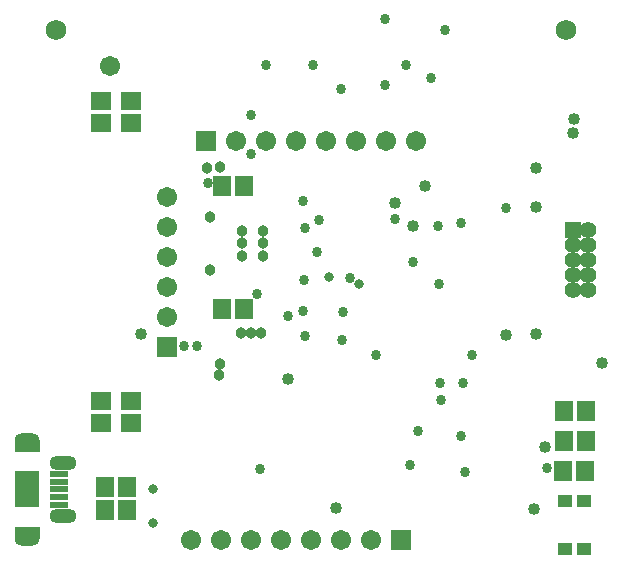
<source format=gts>
G04*
G04 #@! TF.GenerationSoftware,Altium Limited,Altium Designer,19.1.8 (144)*
G04*
G04 Layer_Color=8388736*
%FSLAX25Y25*%
%MOIN*%
G70*
G01*
G75*
%ADD20R,0.08280X0.12217*%
%ADD21R,0.06115X0.02375*%
%ADD22R,0.04737X0.04343*%
%ADD23R,0.05918X0.06706*%
%ADD24R,0.06706X0.05918*%
%ADD25R,0.06706X0.06706*%
%ADD26C,0.06706*%
%ADD27O,0.09068X0.04934*%
%ADD28O,0.08280X0.04540*%
%ADD29R,0.05524X0.05524*%
%ADD30C,0.05524*%
%ADD31R,0.06706X0.06706*%
%ADD32C,0.06800*%
%ADD33C,0.03200*%
%ADD34C,0.03400*%
%ADD35C,0.03800*%
%ADD36C,0.04000*%
G36*
X1328Y-184680D02*
Y-180863D01*
X9602D01*
Y-184680D01*
X1328D01*
D02*
G37*
G36*
X1335Y-155645D02*
Y-151806D01*
X9602D01*
Y-155645D01*
X1335D01*
D02*
G37*
D20*
X5469Y-168243D02*
D03*
D21*
X16000Y-173361D02*
D03*
Y-170802D02*
D03*
Y-168243D02*
D03*
Y-165684D02*
D03*
Y-163125D02*
D03*
D22*
X191150Y-188071D02*
D03*
X184850D02*
D03*
X191150Y-171929D02*
D03*
X184850D02*
D03*
D23*
X77740Y-108000D02*
D03*
X70260D02*
D03*
X77740Y-67000D02*
D03*
X70260D02*
D03*
X191740Y-142000D02*
D03*
X184260D02*
D03*
X38740Y-175025D02*
D03*
X31260D02*
D03*
X38740Y-167525D02*
D03*
X31260D02*
D03*
X191740Y-152000D02*
D03*
X184260D02*
D03*
X184000Y-162000D02*
D03*
X191480D02*
D03*
D24*
X40000Y-38760D02*
D03*
Y-46240D02*
D03*
X30000Y-38760D02*
D03*
Y-46240D02*
D03*
X40000Y-146240D02*
D03*
Y-138760D02*
D03*
X30000Y-146240D02*
D03*
Y-138760D02*
D03*
D25*
X65000Y-52008D02*
D03*
X130000Y-185000D02*
D03*
D26*
X75000Y-52008D02*
D03*
X85000D02*
D03*
X95000D02*
D03*
X105000D02*
D03*
X115000D02*
D03*
X125000D02*
D03*
X135000D02*
D03*
X52008Y-110866D02*
D03*
Y-100866D02*
D03*
Y-90866D02*
D03*
Y-80866D02*
D03*
Y-70866D02*
D03*
X120000Y-185000D02*
D03*
X110000D02*
D03*
X100000D02*
D03*
X90000D02*
D03*
X80000D02*
D03*
X70000D02*
D03*
X60000D02*
D03*
X33000Y-27000D02*
D03*
D27*
X17279Y-159483D02*
D03*
Y-177003D02*
D03*
D28*
X5469Y-151806D02*
D03*
Y-184680D02*
D03*
D29*
X187461Y-81831D02*
D03*
D30*
X192461D02*
D03*
Y-86831D02*
D03*
X187461Y-91831D02*
D03*
X192461D02*
D03*
X187461Y-96831D02*
D03*
X192461D02*
D03*
X187461Y-101831D02*
D03*
X192461D02*
D03*
X187461Y-86831D02*
D03*
D31*
X52008Y-120866D02*
D03*
D32*
X15000Y-15000D02*
D03*
X185000D02*
D03*
D33*
X47500Y-168025D02*
D03*
Y-179433D02*
D03*
X116200Y-99700D02*
D03*
X105900Y-97400D02*
D03*
D34*
X57700Y-120482D02*
D03*
X61900Y-120400D02*
D03*
X113200Y-97800D02*
D03*
X110600Y-109000D02*
D03*
X110400Y-118500D02*
D03*
X102017Y-89025D02*
D03*
X65600Y-66000D02*
D03*
X80100Y-56400D02*
D03*
X98050Y-117075D02*
D03*
X127900Y-78200D02*
D03*
X80200Y-43300D02*
D03*
X142500Y-80379D02*
D03*
X150175Y-79475D02*
D03*
X83000Y-161311D02*
D03*
X143500Y-138500D02*
D03*
X144600Y-15000D02*
D03*
X140000Y-31025D02*
D03*
X100800Y-26900D02*
D03*
X124800Y-11300D02*
D03*
X151400Y-162500D02*
D03*
X132900Y-160000D02*
D03*
X178600Y-161000D02*
D03*
X98100Y-81100D02*
D03*
X164900Y-74400D02*
D03*
X142600Y-99600D02*
D03*
X85000Y-26925D02*
D03*
X131575D02*
D03*
X110200Y-34700D02*
D03*
X97400Y-72125D02*
D03*
X92300Y-110425D02*
D03*
X124600Y-33325D02*
D03*
X135800Y-148725D02*
D03*
X133900Y-92525D02*
D03*
X143200Y-132625D02*
D03*
X150800D02*
D03*
X150100Y-150525D02*
D03*
X97700Y-98325D02*
D03*
X153700Y-123425D02*
D03*
X121600Y-123325D02*
D03*
X97400Y-108725D02*
D03*
X102800Y-78525D02*
D03*
X82000Y-103000D02*
D03*
D35*
X69600Y-126500D02*
D03*
X69500Y-130200D02*
D03*
X66500Y-77500D02*
D03*
Y-95000D02*
D03*
X80170Y-116100D02*
D03*
X83400D02*
D03*
X76840Y-116000D02*
D03*
X69700Y-60900D02*
D03*
X65500Y-61000D02*
D03*
X77000Y-90500D02*
D03*
X84000D02*
D03*
X77000Y-82000D02*
D03*
X84000Y-86000D02*
D03*
Y-82000D02*
D03*
X77000Y-86000D02*
D03*
D36*
X92500Y-131500D02*
D03*
X108500Y-174500D02*
D03*
X43500Y-116500D02*
D03*
X175000Y-74000D02*
D03*
X138000Y-67000D02*
D03*
X134100Y-80400D02*
D03*
X175100Y-61000D02*
D03*
X197000Y-126000D02*
D03*
X178000Y-154000D02*
D03*
X174500Y-174600D02*
D03*
X187575Y-44910D02*
D03*
X187500Y-49400D02*
D03*
X174900Y-116400D02*
D03*
X165200Y-116600D02*
D03*
X128000Y-72800D02*
D03*
M02*

</source>
